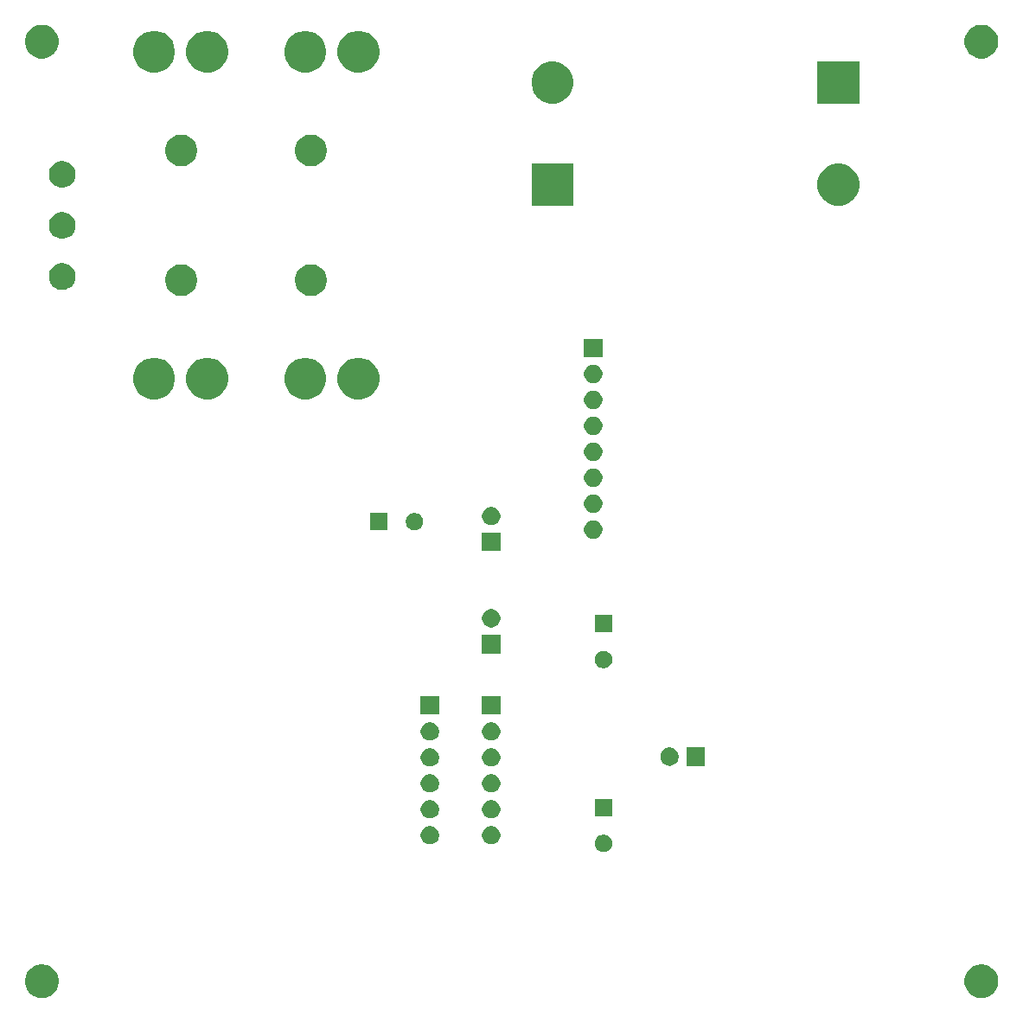
<source format=gbs>
G04 #@! TF.GenerationSoftware,KiCad,Pcbnew,5.1.5+dfsg1-2build2*
G04 #@! TF.CreationDate,2020-07-08T13:44:09-04:00*
G04 #@! TF.ProjectId,psu,7073752e-6b69-4636-9164-5f7063625858,rev?*
G04 #@! TF.SameCoordinates,Original*
G04 #@! TF.FileFunction,Soldermask,Bot*
G04 #@! TF.FilePolarity,Negative*
%FSLAX46Y46*%
G04 Gerber Fmt 4.6, Leading zero omitted, Abs format (unit mm)*
G04 Created by KiCad (PCBNEW 5.1.5+dfsg1-2build2) date 2020-07-08 13:44:09*
%MOMM*%
%LPD*%
G04 APERTURE LIST*
%ADD10C,0.100000*%
G04 APERTURE END LIST*
D10*
G36*
X121375256Y-114391298D02*
G01*
X121481579Y-114412447D01*
X121782042Y-114536903D01*
X122052451Y-114717585D01*
X122282415Y-114947549D01*
X122463097Y-115217958D01*
X122587553Y-115518421D01*
X122651000Y-115837391D01*
X122651000Y-116162609D01*
X122587553Y-116481579D01*
X122463097Y-116782042D01*
X122282415Y-117052451D01*
X122052451Y-117282415D01*
X121782042Y-117463097D01*
X121481579Y-117587553D01*
X121375256Y-117608702D01*
X121162611Y-117651000D01*
X120837389Y-117651000D01*
X120624744Y-117608702D01*
X120518421Y-117587553D01*
X120217958Y-117463097D01*
X119947549Y-117282415D01*
X119717585Y-117052451D01*
X119536903Y-116782042D01*
X119412447Y-116481579D01*
X119349000Y-116162609D01*
X119349000Y-115837391D01*
X119412447Y-115518421D01*
X119536903Y-115217958D01*
X119717585Y-114947549D01*
X119947549Y-114717585D01*
X120217958Y-114536903D01*
X120518421Y-114412447D01*
X120624744Y-114391298D01*
X120837389Y-114349000D01*
X121162611Y-114349000D01*
X121375256Y-114391298D01*
G37*
G36*
X29375256Y-114391298D02*
G01*
X29481579Y-114412447D01*
X29782042Y-114536903D01*
X30052451Y-114717585D01*
X30282415Y-114947549D01*
X30463097Y-115217958D01*
X30587553Y-115518421D01*
X30651000Y-115837391D01*
X30651000Y-116162609D01*
X30587553Y-116481579D01*
X30463097Y-116782042D01*
X30282415Y-117052451D01*
X30052451Y-117282415D01*
X29782042Y-117463097D01*
X29481579Y-117587553D01*
X29375256Y-117608702D01*
X29162611Y-117651000D01*
X28837389Y-117651000D01*
X28624744Y-117608702D01*
X28518421Y-117587553D01*
X28217958Y-117463097D01*
X27947549Y-117282415D01*
X27717585Y-117052451D01*
X27536903Y-116782042D01*
X27412447Y-116481579D01*
X27349000Y-116162609D01*
X27349000Y-115837391D01*
X27412447Y-115518421D01*
X27536903Y-115217958D01*
X27717585Y-114947549D01*
X27947549Y-114717585D01*
X28217958Y-114536903D01*
X28518421Y-114412447D01*
X28624744Y-114391298D01*
X28837389Y-114349000D01*
X29162611Y-114349000D01*
X29375256Y-114391298D01*
G37*
G36*
X84248228Y-101681703D02*
G01*
X84403100Y-101745853D01*
X84542481Y-101838985D01*
X84661015Y-101957519D01*
X84754147Y-102096900D01*
X84818297Y-102251772D01*
X84851000Y-102416184D01*
X84851000Y-102583816D01*
X84818297Y-102748228D01*
X84754147Y-102903100D01*
X84661015Y-103042481D01*
X84542481Y-103161015D01*
X84403100Y-103254147D01*
X84248228Y-103318297D01*
X84083816Y-103351000D01*
X83916184Y-103351000D01*
X83751772Y-103318297D01*
X83596900Y-103254147D01*
X83457519Y-103161015D01*
X83338985Y-103042481D01*
X83245853Y-102903100D01*
X83181703Y-102748228D01*
X83149000Y-102583816D01*
X83149000Y-102416184D01*
X83181703Y-102251772D01*
X83245853Y-102096900D01*
X83338985Y-101957519D01*
X83457519Y-101838985D01*
X83596900Y-101745853D01*
X83751772Y-101681703D01*
X83916184Y-101649000D01*
X84083816Y-101649000D01*
X84248228Y-101681703D01*
G37*
G36*
X73113512Y-100803927D02*
G01*
X73262812Y-100833624D01*
X73426784Y-100901544D01*
X73574354Y-101000147D01*
X73699853Y-101125646D01*
X73798456Y-101273216D01*
X73866376Y-101437188D01*
X73901000Y-101611259D01*
X73901000Y-101788741D01*
X73866376Y-101962812D01*
X73798456Y-102126784D01*
X73699853Y-102274354D01*
X73574354Y-102399853D01*
X73426784Y-102498456D01*
X73262812Y-102566376D01*
X73113512Y-102596073D01*
X73088742Y-102601000D01*
X72911258Y-102601000D01*
X72886488Y-102596073D01*
X72737188Y-102566376D01*
X72573216Y-102498456D01*
X72425646Y-102399853D01*
X72300147Y-102274354D01*
X72201544Y-102126784D01*
X72133624Y-101962812D01*
X72099000Y-101788741D01*
X72099000Y-101611259D01*
X72133624Y-101437188D01*
X72201544Y-101273216D01*
X72300147Y-101125646D01*
X72425646Y-101000147D01*
X72573216Y-100901544D01*
X72737188Y-100833624D01*
X72886488Y-100803927D01*
X72911258Y-100799000D01*
X73088742Y-100799000D01*
X73113512Y-100803927D01*
G37*
G36*
X67113512Y-100803927D02*
G01*
X67262812Y-100833624D01*
X67426784Y-100901544D01*
X67574354Y-101000147D01*
X67699853Y-101125646D01*
X67798456Y-101273216D01*
X67866376Y-101437188D01*
X67901000Y-101611259D01*
X67901000Y-101788741D01*
X67866376Y-101962812D01*
X67798456Y-102126784D01*
X67699853Y-102274354D01*
X67574354Y-102399853D01*
X67426784Y-102498456D01*
X67262812Y-102566376D01*
X67113512Y-102596073D01*
X67088742Y-102601000D01*
X66911258Y-102601000D01*
X66886488Y-102596073D01*
X66737188Y-102566376D01*
X66573216Y-102498456D01*
X66425646Y-102399853D01*
X66300147Y-102274354D01*
X66201544Y-102126784D01*
X66133624Y-101962812D01*
X66099000Y-101788741D01*
X66099000Y-101611259D01*
X66133624Y-101437188D01*
X66201544Y-101273216D01*
X66300147Y-101125646D01*
X66425646Y-101000147D01*
X66573216Y-100901544D01*
X66737188Y-100833624D01*
X66886488Y-100803927D01*
X66911258Y-100799000D01*
X67088742Y-100799000D01*
X67113512Y-100803927D01*
G37*
G36*
X73113512Y-98263927D02*
G01*
X73262812Y-98293624D01*
X73426784Y-98361544D01*
X73574354Y-98460147D01*
X73699853Y-98585646D01*
X73798456Y-98733216D01*
X73866376Y-98897188D01*
X73901000Y-99071259D01*
X73901000Y-99248741D01*
X73866376Y-99422812D01*
X73798456Y-99586784D01*
X73699853Y-99734354D01*
X73574354Y-99859853D01*
X73426784Y-99958456D01*
X73262812Y-100026376D01*
X73113512Y-100056073D01*
X73088742Y-100061000D01*
X72911258Y-100061000D01*
X72886488Y-100056073D01*
X72737188Y-100026376D01*
X72573216Y-99958456D01*
X72425646Y-99859853D01*
X72300147Y-99734354D01*
X72201544Y-99586784D01*
X72133624Y-99422812D01*
X72099000Y-99248741D01*
X72099000Y-99071259D01*
X72133624Y-98897188D01*
X72201544Y-98733216D01*
X72300147Y-98585646D01*
X72425646Y-98460147D01*
X72573216Y-98361544D01*
X72737188Y-98293624D01*
X72886488Y-98263927D01*
X72911258Y-98259000D01*
X73088742Y-98259000D01*
X73113512Y-98263927D01*
G37*
G36*
X67113512Y-98263927D02*
G01*
X67262812Y-98293624D01*
X67426784Y-98361544D01*
X67574354Y-98460147D01*
X67699853Y-98585646D01*
X67798456Y-98733216D01*
X67866376Y-98897188D01*
X67901000Y-99071259D01*
X67901000Y-99248741D01*
X67866376Y-99422812D01*
X67798456Y-99586784D01*
X67699853Y-99734354D01*
X67574354Y-99859853D01*
X67426784Y-99958456D01*
X67262812Y-100026376D01*
X67113512Y-100056073D01*
X67088742Y-100061000D01*
X66911258Y-100061000D01*
X66886488Y-100056073D01*
X66737188Y-100026376D01*
X66573216Y-99958456D01*
X66425646Y-99859853D01*
X66300147Y-99734354D01*
X66201544Y-99586784D01*
X66133624Y-99422812D01*
X66099000Y-99248741D01*
X66099000Y-99071259D01*
X66133624Y-98897188D01*
X66201544Y-98733216D01*
X66300147Y-98585646D01*
X66425646Y-98460147D01*
X66573216Y-98361544D01*
X66737188Y-98293624D01*
X66886488Y-98263927D01*
X66911258Y-98259000D01*
X67088742Y-98259000D01*
X67113512Y-98263927D01*
G37*
G36*
X84851000Y-99851000D02*
G01*
X83149000Y-99851000D01*
X83149000Y-98149000D01*
X84851000Y-98149000D01*
X84851000Y-99851000D01*
G37*
G36*
X73113512Y-95723927D02*
G01*
X73262812Y-95753624D01*
X73426784Y-95821544D01*
X73574354Y-95920147D01*
X73699853Y-96045646D01*
X73798456Y-96193216D01*
X73866376Y-96357188D01*
X73901000Y-96531259D01*
X73901000Y-96708741D01*
X73866376Y-96882812D01*
X73798456Y-97046784D01*
X73699853Y-97194354D01*
X73574354Y-97319853D01*
X73426784Y-97418456D01*
X73262812Y-97486376D01*
X73113512Y-97516073D01*
X73088742Y-97521000D01*
X72911258Y-97521000D01*
X72886488Y-97516073D01*
X72737188Y-97486376D01*
X72573216Y-97418456D01*
X72425646Y-97319853D01*
X72300147Y-97194354D01*
X72201544Y-97046784D01*
X72133624Y-96882812D01*
X72099000Y-96708741D01*
X72099000Y-96531259D01*
X72133624Y-96357188D01*
X72201544Y-96193216D01*
X72300147Y-96045646D01*
X72425646Y-95920147D01*
X72573216Y-95821544D01*
X72737188Y-95753624D01*
X72886488Y-95723927D01*
X72911258Y-95719000D01*
X73088742Y-95719000D01*
X73113512Y-95723927D01*
G37*
G36*
X67113512Y-95723927D02*
G01*
X67262812Y-95753624D01*
X67426784Y-95821544D01*
X67574354Y-95920147D01*
X67699853Y-96045646D01*
X67798456Y-96193216D01*
X67866376Y-96357188D01*
X67901000Y-96531259D01*
X67901000Y-96708741D01*
X67866376Y-96882812D01*
X67798456Y-97046784D01*
X67699853Y-97194354D01*
X67574354Y-97319853D01*
X67426784Y-97418456D01*
X67262812Y-97486376D01*
X67113512Y-97516073D01*
X67088742Y-97521000D01*
X66911258Y-97521000D01*
X66886488Y-97516073D01*
X66737188Y-97486376D01*
X66573216Y-97418456D01*
X66425646Y-97319853D01*
X66300147Y-97194354D01*
X66201544Y-97046784D01*
X66133624Y-96882812D01*
X66099000Y-96708741D01*
X66099000Y-96531259D01*
X66133624Y-96357188D01*
X66201544Y-96193216D01*
X66300147Y-96045646D01*
X66425646Y-95920147D01*
X66573216Y-95821544D01*
X66737188Y-95753624D01*
X66886488Y-95723927D01*
X66911258Y-95719000D01*
X67088742Y-95719000D01*
X67113512Y-95723927D01*
G37*
G36*
X73113512Y-93183927D02*
G01*
X73262812Y-93213624D01*
X73426784Y-93281544D01*
X73574354Y-93380147D01*
X73699853Y-93505646D01*
X73798456Y-93653216D01*
X73866376Y-93817188D01*
X73901000Y-93991259D01*
X73901000Y-94168741D01*
X73866376Y-94342812D01*
X73798456Y-94506784D01*
X73699853Y-94654354D01*
X73574354Y-94779853D01*
X73426784Y-94878456D01*
X73262812Y-94946376D01*
X73113512Y-94976073D01*
X73088742Y-94981000D01*
X72911258Y-94981000D01*
X72886488Y-94976073D01*
X72737188Y-94946376D01*
X72573216Y-94878456D01*
X72425646Y-94779853D01*
X72300147Y-94654354D01*
X72201544Y-94506784D01*
X72133624Y-94342812D01*
X72099000Y-94168741D01*
X72099000Y-93991259D01*
X72133624Y-93817188D01*
X72201544Y-93653216D01*
X72300147Y-93505646D01*
X72425646Y-93380147D01*
X72573216Y-93281544D01*
X72737188Y-93213624D01*
X72886488Y-93183927D01*
X72911258Y-93179000D01*
X73088742Y-93179000D01*
X73113512Y-93183927D01*
G37*
G36*
X67113512Y-93183927D02*
G01*
X67262812Y-93213624D01*
X67426784Y-93281544D01*
X67574354Y-93380147D01*
X67699853Y-93505646D01*
X67798456Y-93653216D01*
X67866376Y-93817188D01*
X67901000Y-93991259D01*
X67901000Y-94168741D01*
X67866376Y-94342812D01*
X67798456Y-94506784D01*
X67699853Y-94654354D01*
X67574354Y-94779853D01*
X67426784Y-94878456D01*
X67262812Y-94946376D01*
X67113512Y-94976073D01*
X67088742Y-94981000D01*
X66911258Y-94981000D01*
X66886488Y-94976073D01*
X66737188Y-94946376D01*
X66573216Y-94878456D01*
X66425646Y-94779853D01*
X66300147Y-94654354D01*
X66201544Y-94506784D01*
X66133624Y-94342812D01*
X66099000Y-94168741D01*
X66099000Y-93991259D01*
X66133624Y-93817188D01*
X66201544Y-93653216D01*
X66300147Y-93505646D01*
X66425646Y-93380147D01*
X66573216Y-93281544D01*
X66737188Y-93213624D01*
X66886488Y-93183927D01*
X66911258Y-93179000D01*
X67088742Y-93179000D01*
X67113512Y-93183927D01*
G37*
G36*
X90573512Y-93103927D02*
G01*
X90722812Y-93133624D01*
X90886784Y-93201544D01*
X91034354Y-93300147D01*
X91159853Y-93425646D01*
X91258456Y-93573216D01*
X91326376Y-93737188D01*
X91361000Y-93911259D01*
X91361000Y-94088741D01*
X91326376Y-94262812D01*
X91258456Y-94426784D01*
X91159853Y-94574354D01*
X91034354Y-94699853D01*
X90886784Y-94798456D01*
X90722812Y-94866376D01*
X90573512Y-94896073D01*
X90548742Y-94901000D01*
X90371258Y-94901000D01*
X90346488Y-94896073D01*
X90197188Y-94866376D01*
X90033216Y-94798456D01*
X89885646Y-94699853D01*
X89760147Y-94574354D01*
X89661544Y-94426784D01*
X89593624Y-94262812D01*
X89559000Y-94088741D01*
X89559000Y-93911259D01*
X89593624Y-93737188D01*
X89661544Y-93573216D01*
X89760147Y-93425646D01*
X89885646Y-93300147D01*
X90033216Y-93201544D01*
X90197188Y-93133624D01*
X90346488Y-93103927D01*
X90371258Y-93099000D01*
X90548742Y-93099000D01*
X90573512Y-93103927D01*
G37*
G36*
X93901000Y-94901000D02*
G01*
X92099000Y-94901000D01*
X92099000Y-93099000D01*
X93901000Y-93099000D01*
X93901000Y-94901000D01*
G37*
G36*
X67113512Y-90643927D02*
G01*
X67262812Y-90673624D01*
X67426784Y-90741544D01*
X67574354Y-90840147D01*
X67699853Y-90965646D01*
X67798456Y-91113216D01*
X67866376Y-91277188D01*
X67901000Y-91451259D01*
X67901000Y-91628741D01*
X67866376Y-91802812D01*
X67798456Y-91966784D01*
X67699853Y-92114354D01*
X67574354Y-92239853D01*
X67426784Y-92338456D01*
X67262812Y-92406376D01*
X67113512Y-92436073D01*
X67088742Y-92441000D01*
X66911258Y-92441000D01*
X66886488Y-92436073D01*
X66737188Y-92406376D01*
X66573216Y-92338456D01*
X66425646Y-92239853D01*
X66300147Y-92114354D01*
X66201544Y-91966784D01*
X66133624Y-91802812D01*
X66099000Y-91628741D01*
X66099000Y-91451259D01*
X66133624Y-91277188D01*
X66201544Y-91113216D01*
X66300147Y-90965646D01*
X66425646Y-90840147D01*
X66573216Y-90741544D01*
X66737188Y-90673624D01*
X66886488Y-90643927D01*
X66911258Y-90639000D01*
X67088742Y-90639000D01*
X67113512Y-90643927D01*
G37*
G36*
X73113512Y-90643927D02*
G01*
X73262812Y-90673624D01*
X73426784Y-90741544D01*
X73574354Y-90840147D01*
X73699853Y-90965646D01*
X73798456Y-91113216D01*
X73866376Y-91277188D01*
X73901000Y-91451259D01*
X73901000Y-91628741D01*
X73866376Y-91802812D01*
X73798456Y-91966784D01*
X73699853Y-92114354D01*
X73574354Y-92239853D01*
X73426784Y-92338456D01*
X73262812Y-92406376D01*
X73113512Y-92436073D01*
X73088742Y-92441000D01*
X72911258Y-92441000D01*
X72886488Y-92436073D01*
X72737188Y-92406376D01*
X72573216Y-92338456D01*
X72425646Y-92239853D01*
X72300147Y-92114354D01*
X72201544Y-91966784D01*
X72133624Y-91802812D01*
X72099000Y-91628741D01*
X72099000Y-91451259D01*
X72133624Y-91277188D01*
X72201544Y-91113216D01*
X72300147Y-90965646D01*
X72425646Y-90840147D01*
X72573216Y-90741544D01*
X72737188Y-90673624D01*
X72886488Y-90643927D01*
X72911258Y-90639000D01*
X73088742Y-90639000D01*
X73113512Y-90643927D01*
G37*
G36*
X67901000Y-89901000D02*
G01*
X66099000Y-89901000D01*
X66099000Y-88099000D01*
X67901000Y-88099000D01*
X67901000Y-89901000D01*
G37*
G36*
X73901000Y-89901000D02*
G01*
X72099000Y-89901000D01*
X72099000Y-88099000D01*
X73901000Y-88099000D01*
X73901000Y-89901000D01*
G37*
G36*
X84248228Y-83681703D02*
G01*
X84403100Y-83745853D01*
X84542481Y-83838985D01*
X84661015Y-83957519D01*
X84754147Y-84096900D01*
X84818297Y-84251772D01*
X84851000Y-84416184D01*
X84851000Y-84583816D01*
X84818297Y-84748228D01*
X84754147Y-84903100D01*
X84661015Y-85042481D01*
X84542481Y-85161015D01*
X84403100Y-85254147D01*
X84248228Y-85318297D01*
X84083816Y-85351000D01*
X83916184Y-85351000D01*
X83751772Y-85318297D01*
X83596900Y-85254147D01*
X83457519Y-85161015D01*
X83338985Y-85042481D01*
X83245853Y-84903100D01*
X83181703Y-84748228D01*
X83149000Y-84583816D01*
X83149000Y-84416184D01*
X83181703Y-84251772D01*
X83245853Y-84096900D01*
X83338985Y-83957519D01*
X83457519Y-83838985D01*
X83596900Y-83745853D01*
X83751772Y-83681703D01*
X83916184Y-83649000D01*
X84083816Y-83649000D01*
X84248228Y-83681703D01*
G37*
G36*
X73901000Y-83901000D02*
G01*
X72099000Y-83901000D01*
X72099000Y-82099000D01*
X73901000Y-82099000D01*
X73901000Y-83901000D01*
G37*
G36*
X84851000Y-81851000D02*
G01*
X83149000Y-81851000D01*
X83149000Y-80149000D01*
X84851000Y-80149000D01*
X84851000Y-81851000D01*
G37*
G36*
X73113512Y-79563927D02*
G01*
X73262812Y-79593624D01*
X73426784Y-79661544D01*
X73574354Y-79760147D01*
X73699853Y-79885646D01*
X73798456Y-80033216D01*
X73866376Y-80197188D01*
X73901000Y-80371259D01*
X73901000Y-80548741D01*
X73866376Y-80722812D01*
X73798456Y-80886784D01*
X73699853Y-81034354D01*
X73574354Y-81159853D01*
X73426784Y-81258456D01*
X73262812Y-81326376D01*
X73113512Y-81356073D01*
X73088742Y-81361000D01*
X72911258Y-81361000D01*
X72886488Y-81356073D01*
X72737188Y-81326376D01*
X72573216Y-81258456D01*
X72425646Y-81159853D01*
X72300147Y-81034354D01*
X72201544Y-80886784D01*
X72133624Y-80722812D01*
X72099000Y-80548741D01*
X72099000Y-80371259D01*
X72133624Y-80197188D01*
X72201544Y-80033216D01*
X72300147Y-79885646D01*
X72425646Y-79760147D01*
X72573216Y-79661544D01*
X72737188Y-79593624D01*
X72886488Y-79563927D01*
X72911258Y-79559000D01*
X73088742Y-79559000D01*
X73113512Y-79563927D01*
G37*
G36*
X73901000Y-73901000D02*
G01*
X72099000Y-73901000D01*
X72099000Y-72099000D01*
X73901000Y-72099000D01*
X73901000Y-73901000D01*
G37*
G36*
X83113512Y-70883927D02*
G01*
X83262812Y-70913624D01*
X83426784Y-70981544D01*
X83574354Y-71080147D01*
X83699853Y-71205646D01*
X83798456Y-71353216D01*
X83866376Y-71517188D01*
X83901000Y-71691259D01*
X83901000Y-71868741D01*
X83866376Y-72042812D01*
X83798456Y-72206784D01*
X83699853Y-72354354D01*
X83574354Y-72479853D01*
X83426784Y-72578456D01*
X83262812Y-72646376D01*
X83113512Y-72676073D01*
X83088742Y-72681000D01*
X82911258Y-72681000D01*
X82886488Y-72676073D01*
X82737188Y-72646376D01*
X82573216Y-72578456D01*
X82425646Y-72479853D01*
X82300147Y-72354354D01*
X82201544Y-72206784D01*
X82133624Y-72042812D01*
X82099000Y-71868741D01*
X82099000Y-71691259D01*
X82133624Y-71517188D01*
X82201544Y-71353216D01*
X82300147Y-71205646D01*
X82425646Y-71080147D01*
X82573216Y-70981544D01*
X82737188Y-70913624D01*
X82886488Y-70883927D01*
X82911258Y-70879000D01*
X83088742Y-70879000D01*
X83113512Y-70883927D01*
G37*
G36*
X62851000Y-71851000D02*
G01*
X61149000Y-71851000D01*
X61149000Y-70149000D01*
X62851000Y-70149000D01*
X62851000Y-71851000D01*
G37*
G36*
X65748228Y-70181703D02*
G01*
X65903100Y-70245853D01*
X66042481Y-70338985D01*
X66161015Y-70457519D01*
X66254147Y-70596900D01*
X66318297Y-70751772D01*
X66351000Y-70916184D01*
X66351000Y-71083816D01*
X66318297Y-71248228D01*
X66254147Y-71403100D01*
X66161015Y-71542481D01*
X66042481Y-71661015D01*
X65903100Y-71754147D01*
X65748228Y-71818297D01*
X65583816Y-71851000D01*
X65416184Y-71851000D01*
X65251772Y-71818297D01*
X65096900Y-71754147D01*
X64957519Y-71661015D01*
X64838985Y-71542481D01*
X64745853Y-71403100D01*
X64681703Y-71248228D01*
X64649000Y-71083816D01*
X64649000Y-70916184D01*
X64681703Y-70751772D01*
X64745853Y-70596900D01*
X64838985Y-70457519D01*
X64957519Y-70338985D01*
X65096900Y-70245853D01*
X65251772Y-70181703D01*
X65416184Y-70149000D01*
X65583816Y-70149000D01*
X65748228Y-70181703D01*
G37*
G36*
X73113512Y-69563927D02*
G01*
X73262812Y-69593624D01*
X73426784Y-69661544D01*
X73574354Y-69760147D01*
X73699853Y-69885646D01*
X73798456Y-70033216D01*
X73866376Y-70197188D01*
X73901000Y-70371259D01*
X73901000Y-70548741D01*
X73866376Y-70722812D01*
X73798456Y-70886784D01*
X73699853Y-71034354D01*
X73574354Y-71159853D01*
X73426784Y-71258456D01*
X73262812Y-71326376D01*
X73113512Y-71356073D01*
X73088742Y-71361000D01*
X72911258Y-71361000D01*
X72886488Y-71356073D01*
X72737188Y-71326376D01*
X72573216Y-71258456D01*
X72425646Y-71159853D01*
X72300147Y-71034354D01*
X72201544Y-70886784D01*
X72133624Y-70722812D01*
X72099000Y-70548741D01*
X72099000Y-70371259D01*
X72133624Y-70197188D01*
X72201544Y-70033216D01*
X72300147Y-69885646D01*
X72425646Y-69760147D01*
X72573216Y-69661544D01*
X72737188Y-69593624D01*
X72886488Y-69563927D01*
X72911258Y-69559000D01*
X73088742Y-69559000D01*
X73113512Y-69563927D01*
G37*
G36*
X83113512Y-68343927D02*
G01*
X83262812Y-68373624D01*
X83426784Y-68441544D01*
X83574354Y-68540147D01*
X83699853Y-68665646D01*
X83798456Y-68813216D01*
X83866376Y-68977188D01*
X83901000Y-69151259D01*
X83901000Y-69328741D01*
X83866376Y-69502812D01*
X83798456Y-69666784D01*
X83699853Y-69814354D01*
X83574354Y-69939853D01*
X83426784Y-70038456D01*
X83262812Y-70106376D01*
X83113512Y-70136073D01*
X83088742Y-70141000D01*
X82911258Y-70141000D01*
X82886488Y-70136073D01*
X82737188Y-70106376D01*
X82573216Y-70038456D01*
X82425646Y-69939853D01*
X82300147Y-69814354D01*
X82201544Y-69666784D01*
X82133624Y-69502812D01*
X82099000Y-69328741D01*
X82099000Y-69151259D01*
X82133624Y-68977188D01*
X82201544Y-68813216D01*
X82300147Y-68665646D01*
X82425646Y-68540147D01*
X82573216Y-68441544D01*
X82737188Y-68373624D01*
X82886488Y-68343927D01*
X82911258Y-68339000D01*
X83088742Y-68339000D01*
X83113512Y-68343927D01*
G37*
G36*
X83113512Y-65803927D02*
G01*
X83262812Y-65833624D01*
X83426784Y-65901544D01*
X83574354Y-66000147D01*
X83699853Y-66125646D01*
X83798456Y-66273216D01*
X83866376Y-66437188D01*
X83901000Y-66611259D01*
X83901000Y-66788741D01*
X83866376Y-66962812D01*
X83798456Y-67126784D01*
X83699853Y-67274354D01*
X83574354Y-67399853D01*
X83426784Y-67498456D01*
X83262812Y-67566376D01*
X83113512Y-67596073D01*
X83088742Y-67601000D01*
X82911258Y-67601000D01*
X82886488Y-67596073D01*
X82737188Y-67566376D01*
X82573216Y-67498456D01*
X82425646Y-67399853D01*
X82300147Y-67274354D01*
X82201544Y-67126784D01*
X82133624Y-66962812D01*
X82099000Y-66788741D01*
X82099000Y-66611259D01*
X82133624Y-66437188D01*
X82201544Y-66273216D01*
X82300147Y-66125646D01*
X82425646Y-66000147D01*
X82573216Y-65901544D01*
X82737188Y-65833624D01*
X82886488Y-65803927D01*
X82911258Y-65799000D01*
X83088742Y-65799000D01*
X83113512Y-65803927D01*
G37*
G36*
X83113512Y-63263927D02*
G01*
X83262812Y-63293624D01*
X83426784Y-63361544D01*
X83574354Y-63460147D01*
X83699853Y-63585646D01*
X83798456Y-63733216D01*
X83866376Y-63897188D01*
X83901000Y-64071259D01*
X83901000Y-64248741D01*
X83866376Y-64422812D01*
X83798456Y-64586784D01*
X83699853Y-64734354D01*
X83574354Y-64859853D01*
X83426784Y-64958456D01*
X83262812Y-65026376D01*
X83113512Y-65056073D01*
X83088742Y-65061000D01*
X82911258Y-65061000D01*
X82886488Y-65056073D01*
X82737188Y-65026376D01*
X82573216Y-64958456D01*
X82425646Y-64859853D01*
X82300147Y-64734354D01*
X82201544Y-64586784D01*
X82133624Y-64422812D01*
X82099000Y-64248741D01*
X82099000Y-64071259D01*
X82133624Y-63897188D01*
X82201544Y-63733216D01*
X82300147Y-63585646D01*
X82425646Y-63460147D01*
X82573216Y-63361544D01*
X82737188Y-63293624D01*
X82886488Y-63263927D01*
X82911258Y-63259000D01*
X83088742Y-63259000D01*
X83113512Y-63263927D01*
G37*
G36*
X83113512Y-60723927D02*
G01*
X83262812Y-60753624D01*
X83426784Y-60821544D01*
X83574354Y-60920147D01*
X83699853Y-61045646D01*
X83798456Y-61193216D01*
X83866376Y-61357188D01*
X83901000Y-61531259D01*
X83901000Y-61708741D01*
X83866376Y-61882812D01*
X83798456Y-62046784D01*
X83699853Y-62194354D01*
X83574354Y-62319853D01*
X83426784Y-62418456D01*
X83262812Y-62486376D01*
X83113512Y-62516073D01*
X83088742Y-62521000D01*
X82911258Y-62521000D01*
X82886488Y-62516073D01*
X82737188Y-62486376D01*
X82573216Y-62418456D01*
X82425646Y-62319853D01*
X82300147Y-62194354D01*
X82201544Y-62046784D01*
X82133624Y-61882812D01*
X82099000Y-61708741D01*
X82099000Y-61531259D01*
X82133624Y-61357188D01*
X82201544Y-61193216D01*
X82300147Y-61045646D01*
X82425646Y-60920147D01*
X82573216Y-60821544D01*
X82737188Y-60753624D01*
X82886488Y-60723927D01*
X82911258Y-60719000D01*
X83088742Y-60719000D01*
X83113512Y-60723927D01*
G37*
G36*
X83113512Y-58183927D02*
G01*
X83262812Y-58213624D01*
X83426784Y-58281544D01*
X83574354Y-58380147D01*
X83699853Y-58505646D01*
X83798456Y-58653216D01*
X83866376Y-58817188D01*
X83901000Y-58991259D01*
X83901000Y-59168741D01*
X83866376Y-59342812D01*
X83798456Y-59506784D01*
X83699853Y-59654354D01*
X83574354Y-59779853D01*
X83426784Y-59878456D01*
X83262812Y-59946376D01*
X83113512Y-59976073D01*
X83088742Y-59981000D01*
X82911258Y-59981000D01*
X82886488Y-59976073D01*
X82737188Y-59946376D01*
X82573216Y-59878456D01*
X82425646Y-59779853D01*
X82300147Y-59654354D01*
X82201544Y-59506784D01*
X82133624Y-59342812D01*
X82099000Y-59168741D01*
X82099000Y-58991259D01*
X82133624Y-58817188D01*
X82201544Y-58653216D01*
X82300147Y-58505646D01*
X82425646Y-58380147D01*
X82573216Y-58281544D01*
X82737188Y-58213624D01*
X82886488Y-58183927D01*
X82911258Y-58179000D01*
X83088742Y-58179000D01*
X83113512Y-58183927D01*
G37*
G36*
X55398254Y-55027818D02*
G01*
X55771511Y-55182426D01*
X55771513Y-55182427D01*
X56107436Y-55406884D01*
X56393116Y-55692564D01*
X56575585Y-55965647D01*
X56617574Y-56028489D01*
X56772182Y-56401746D01*
X56851000Y-56797993D01*
X56851000Y-57202007D01*
X56772182Y-57598254D01*
X56617574Y-57971511D01*
X56617573Y-57971513D01*
X56393116Y-58307436D01*
X56107436Y-58593116D01*
X55771513Y-58817573D01*
X55771512Y-58817574D01*
X55771511Y-58817574D01*
X55398254Y-58972182D01*
X55002007Y-59051000D01*
X54597993Y-59051000D01*
X54201746Y-58972182D01*
X53828489Y-58817574D01*
X53828488Y-58817574D01*
X53828487Y-58817573D01*
X53492564Y-58593116D01*
X53206884Y-58307436D01*
X52982427Y-57971513D01*
X52982426Y-57971511D01*
X52827818Y-57598254D01*
X52749000Y-57202007D01*
X52749000Y-56797993D01*
X52827818Y-56401746D01*
X52982426Y-56028489D01*
X53024416Y-55965647D01*
X53206884Y-55692564D01*
X53492564Y-55406884D01*
X53828487Y-55182427D01*
X53828489Y-55182426D01*
X54201746Y-55027818D01*
X54597993Y-54949000D01*
X55002007Y-54949000D01*
X55398254Y-55027818D01*
G37*
G36*
X60598254Y-55027818D02*
G01*
X60971511Y-55182426D01*
X60971513Y-55182427D01*
X61307436Y-55406884D01*
X61593116Y-55692564D01*
X61775585Y-55965647D01*
X61817574Y-56028489D01*
X61972182Y-56401746D01*
X62051000Y-56797993D01*
X62051000Y-57202007D01*
X61972182Y-57598254D01*
X61817574Y-57971511D01*
X61817573Y-57971513D01*
X61593116Y-58307436D01*
X61307436Y-58593116D01*
X60971513Y-58817573D01*
X60971512Y-58817574D01*
X60971511Y-58817574D01*
X60598254Y-58972182D01*
X60202007Y-59051000D01*
X59797993Y-59051000D01*
X59401746Y-58972182D01*
X59028489Y-58817574D01*
X59028488Y-58817574D01*
X59028487Y-58817573D01*
X58692564Y-58593116D01*
X58406884Y-58307436D01*
X58182427Y-57971513D01*
X58182426Y-57971511D01*
X58027818Y-57598254D01*
X57949000Y-57202007D01*
X57949000Y-56797993D01*
X58027818Y-56401746D01*
X58182426Y-56028489D01*
X58224416Y-55965647D01*
X58406884Y-55692564D01*
X58692564Y-55406884D01*
X59028487Y-55182427D01*
X59028489Y-55182426D01*
X59401746Y-55027818D01*
X59797993Y-54949000D01*
X60202007Y-54949000D01*
X60598254Y-55027818D01*
G37*
G36*
X40598254Y-55027818D02*
G01*
X40971511Y-55182426D01*
X40971513Y-55182427D01*
X41307436Y-55406884D01*
X41593116Y-55692564D01*
X41775585Y-55965647D01*
X41817574Y-56028489D01*
X41972182Y-56401746D01*
X42051000Y-56797993D01*
X42051000Y-57202007D01*
X41972182Y-57598254D01*
X41817574Y-57971511D01*
X41817573Y-57971513D01*
X41593116Y-58307436D01*
X41307436Y-58593116D01*
X40971513Y-58817573D01*
X40971512Y-58817574D01*
X40971511Y-58817574D01*
X40598254Y-58972182D01*
X40202007Y-59051000D01*
X39797993Y-59051000D01*
X39401746Y-58972182D01*
X39028489Y-58817574D01*
X39028488Y-58817574D01*
X39028487Y-58817573D01*
X38692564Y-58593116D01*
X38406884Y-58307436D01*
X38182427Y-57971513D01*
X38182426Y-57971511D01*
X38027818Y-57598254D01*
X37949000Y-57202007D01*
X37949000Y-56797993D01*
X38027818Y-56401746D01*
X38182426Y-56028489D01*
X38224416Y-55965647D01*
X38406884Y-55692564D01*
X38692564Y-55406884D01*
X39028487Y-55182427D01*
X39028489Y-55182426D01*
X39401746Y-55027818D01*
X39797993Y-54949000D01*
X40202007Y-54949000D01*
X40598254Y-55027818D01*
G37*
G36*
X45798254Y-55027818D02*
G01*
X46171511Y-55182426D01*
X46171513Y-55182427D01*
X46507436Y-55406884D01*
X46793116Y-55692564D01*
X46975585Y-55965647D01*
X47017574Y-56028489D01*
X47172182Y-56401746D01*
X47251000Y-56797993D01*
X47251000Y-57202007D01*
X47172182Y-57598254D01*
X47017574Y-57971511D01*
X47017573Y-57971513D01*
X46793116Y-58307436D01*
X46507436Y-58593116D01*
X46171513Y-58817573D01*
X46171512Y-58817574D01*
X46171511Y-58817574D01*
X45798254Y-58972182D01*
X45402007Y-59051000D01*
X44997993Y-59051000D01*
X44601746Y-58972182D01*
X44228489Y-58817574D01*
X44228488Y-58817574D01*
X44228487Y-58817573D01*
X43892564Y-58593116D01*
X43606884Y-58307436D01*
X43382427Y-57971513D01*
X43382426Y-57971511D01*
X43227818Y-57598254D01*
X43149000Y-57202007D01*
X43149000Y-56797993D01*
X43227818Y-56401746D01*
X43382426Y-56028489D01*
X43424416Y-55965647D01*
X43606884Y-55692564D01*
X43892564Y-55406884D01*
X44228487Y-55182427D01*
X44228489Y-55182426D01*
X44601746Y-55027818D01*
X44997993Y-54949000D01*
X45402007Y-54949000D01*
X45798254Y-55027818D01*
G37*
G36*
X83113512Y-55643927D02*
G01*
X83262812Y-55673624D01*
X83426784Y-55741544D01*
X83574354Y-55840147D01*
X83699853Y-55965646D01*
X83798456Y-56113216D01*
X83866376Y-56277188D01*
X83901000Y-56451259D01*
X83901000Y-56628741D01*
X83866376Y-56802812D01*
X83798456Y-56966784D01*
X83699853Y-57114354D01*
X83574354Y-57239853D01*
X83426784Y-57338456D01*
X83262812Y-57406376D01*
X83113512Y-57436073D01*
X83088742Y-57441000D01*
X82911258Y-57441000D01*
X82886488Y-57436073D01*
X82737188Y-57406376D01*
X82573216Y-57338456D01*
X82425646Y-57239853D01*
X82300147Y-57114354D01*
X82201544Y-56966784D01*
X82133624Y-56802812D01*
X82099000Y-56628741D01*
X82099000Y-56451259D01*
X82133624Y-56277188D01*
X82201544Y-56113216D01*
X82300147Y-55965646D01*
X82425646Y-55840147D01*
X82573216Y-55741544D01*
X82737188Y-55673624D01*
X82886488Y-55643927D01*
X82911258Y-55639000D01*
X83088742Y-55639000D01*
X83113512Y-55643927D01*
G37*
G36*
X83901000Y-54901000D02*
G01*
X82099000Y-54901000D01*
X82099000Y-53099000D01*
X83901000Y-53099000D01*
X83901000Y-54901000D01*
G37*
G36*
X55652585Y-45828802D02*
G01*
X55802410Y-45858604D01*
X56084674Y-45975521D01*
X56338705Y-46145259D01*
X56554741Y-46361295D01*
X56724479Y-46615326D01*
X56841396Y-46897590D01*
X56841396Y-46897591D01*
X56901000Y-47197239D01*
X56901000Y-47502761D01*
X56871198Y-47652585D01*
X56841396Y-47802410D01*
X56724479Y-48084674D01*
X56554741Y-48338705D01*
X56338705Y-48554741D01*
X56084674Y-48724479D01*
X55802410Y-48841396D01*
X55652585Y-48871198D01*
X55502761Y-48901000D01*
X55197239Y-48901000D01*
X55047415Y-48871198D01*
X54897590Y-48841396D01*
X54615326Y-48724479D01*
X54361295Y-48554741D01*
X54145259Y-48338705D01*
X53975521Y-48084674D01*
X53858604Y-47802410D01*
X53828802Y-47652585D01*
X53799000Y-47502761D01*
X53799000Y-47197239D01*
X53858604Y-46897591D01*
X53858604Y-46897590D01*
X53975521Y-46615326D01*
X54145259Y-46361295D01*
X54361295Y-46145259D01*
X54615326Y-45975521D01*
X54897590Y-45858604D01*
X55047415Y-45828802D01*
X55197239Y-45799000D01*
X55502761Y-45799000D01*
X55652585Y-45828802D01*
G37*
G36*
X42952585Y-45828802D02*
G01*
X43102410Y-45858604D01*
X43384674Y-45975521D01*
X43638705Y-46145259D01*
X43854741Y-46361295D01*
X44024479Y-46615326D01*
X44141396Y-46897590D01*
X44141396Y-46897591D01*
X44201000Y-47197239D01*
X44201000Y-47502761D01*
X44171198Y-47652585D01*
X44141396Y-47802410D01*
X44024479Y-48084674D01*
X43854741Y-48338705D01*
X43638705Y-48554741D01*
X43384674Y-48724479D01*
X43102410Y-48841396D01*
X42952585Y-48871198D01*
X42802761Y-48901000D01*
X42497239Y-48901000D01*
X42347415Y-48871198D01*
X42197590Y-48841396D01*
X41915326Y-48724479D01*
X41661295Y-48554741D01*
X41445259Y-48338705D01*
X41275521Y-48084674D01*
X41158604Y-47802410D01*
X41128802Y-47652585D01*
X41099000Y-47502761D01*
X41099000Y-47197239D01*
X41158604Y-46897591D01*
X41158604Y-46897590D01*
X41275521Y-46615326D01*
X41445259Y-46361295D01*
X41661295Y-46145259D01*
X41915326Y-45975521D01*
X42197590Y-45858604D01*
X42347415Y-45828802D01*
X42497239Y-45799000D01*
X42802761Y-45799000D01*
X42952585Y-45828802D01*
G37*
G36*
X31379487Y-45748996D02*
G01*
X31616253Y-45847068D01*
X31616255Y-45847069D01*
X31633518Y-45858604D01*
X31829339Y-45989447D01*
X32010553Y-46170661D01*
X32152932Y-46383747D01*
X32251004Y-46620513D01*
X32301000Y-46871861D01*
X32301000Y-47128139D01*
X32251004Y-47379487D01*
X32199942Y-47502760D01*
X32152931Y-47616255D01*
X32010553Y-47829339D01*
X31829339Y-48010553D01*
X31616255Y-48152931D01*
X31616254Y-48152932D01*
X31616253Y-48152932D01*
X31379487Y-48251004D01*
X31128139Y-48301000D01*
X30871861Y-48301000D01*
X30620513Y-48251004D01*
X30383747Y-48152932D01*
X30383746Y-48152932D01*
X30383745Y-48152931D01*
X30170661Y-48010553D01*
X29989447Y-47829339D01*
X29847069Y-47616255D01*
X29800058Y-47502760D01*
X29748996Y-47379487D01*
X29699000Y-47128139D01*
X29699000Y-46871861D01*
X29748996Y-46620513D01*
X29847068Y-46383747D01*
X29989447Y-46170661D01*
X30170661Y-45989447D01*
X30366482Y-45858604D01*
X30383745Y-45847069D01*
X30383747Y-45847068D01*
X30620513Y-45748996D01*
X30871861Y-45699000D01*
X31128139Y-45699000D01*
X31379487Y-45748996D01*
G37*
G36*
X31379487Y-40748996D02*
G01*
X31616253Y-40847068D01*
X31616255Y-40847069D01*
X31829339Y-40989447D01*
X32010553Y-41170661D01*
X32152932Y-41383747D01*
X32251004Y-41620513D01*
X32301000Y-41871861D01*
X32301000Y-42128139D01*
X32251004Y-42379487D01*
X32152932Y-42616253D01*
X32152931Y-42616255D01*
X32010553Y-42829339D01*
X31829339Y-43010553D01*
X31616255Y-43152931D01*
X31616254Y-43152932D01*
X31616253Y-43152932D01*
X31379487Y-43251004D01*
X31128139Y-43301000D01*
X30871861Y-43301000D01*
X30620513Y-43251004D01*
X30383747Y-43152932D01*
X30383746Y-43152932D01*
X30383745Y-43152931D01*
X30170661Y-43010553D01*
X29989447Y-42829339D01*
X29847069Y-42616255D01*
X29847068Y-42616253D01*
X29748996Y-42379487D01*
X29699000Y-42128139D01*
X29699000Y-41871861D01*
X29748996Y-41620513D01*
X29847068Y-41383747D01*
X29989447Y-41170661D01*
X30170661Y-40989447D01*
X30383745Y-40847069D01*
X30383747Y-40847068D01*
X30620513Y-40748996D01*
X30871861Y-40699000D01*
X31128139Y-40699000D01*
X31379487Y-40748996D01*
G37*
G36*
X107598254Y-36027818D02*
G01*
X107971511Y-36182426D01*
X107971513Y-36182427D01*
X108307436Y-36406884D01*
X108593116Y-36692564D01*
X108712919Y-36871861D01*
X108817574Y-37028489D01*
X108972182Y-37401746D01*
X109051000Y-37797993D01*
X109051000Y-38202007D01*
X108972182Y-38598254D01*
X108817574Y-38971511D01*
X108817573Y-38971513D01*
X108593116Y-39307436D01*
X108307436Y-39593116D01*
X107971513Y-39817573D01*
X107971512Y-39817574D01*
X107971511Y-39817574D01*
X107598254Y-39972182D01*
X107202007Y-40051000D01*
X106797993Y-40051000D01*
X106401746Y-39972182D01*
X106028489Y-39817574D01*
X106028488Y-39817574D01*
X106028487Y-39817573D01*
X105692564Y-39593116D01*
X105406884Y-39307436D01*
X105182427Y-38971513D01*
X105182426Y-38971511D01*
X105027818Y-38598254D01*
X104949000Y-38202007D01*
X104949000Y-37797993D01*
X105027818Y-37401746D01*
X105182426Y-37028489D01*
X105287082Y-36871861D01*
X105406884Y-36692564D01*
X105692564Y-36406884D01*
X106028487Y-36182427D01*
X106028489Y-36182426D01*
X106401746Y-36027818D01*
X106797993Y-35949000D01*
X107202007Y-35949000D01*
X107598254Y-36027818D01*
G37*
G36*
X81051000Y-40051000D02*
G01*
X76949000Y-40051000D01*
X76949000Y-35949000D01*
X81051000Y-35949000D01*
X81051000Y-40051000D01*
G37*
G36*
X31379487Y-35748996D02*
G01*
X31616253Y-35847068D01*
X31616255Y-35847069D01*
X31768806Y-35949000D01*
X31829339Y-35989447D01*
X32010553Y-36170661D01*
X32152932Y-36383747D01*
X32251004Y-36620513D01*
X32301000Y-36871861D01*
X32301000Y-37128139D01*
X32251004Y-37379487D01*
X32152932Y-37616253D01*
X32152931Y-37616255D01*
X32010553Y-37829339D01*
X31829339Y-38010553D01*
X31616255Y-38152931D01*
X31616254Y-38152932D01*
X31616253Y-38152932D01*
X31379487Y-38251004D01*
X31128139Y-38301000D01*
X30871861Y-38301000D01*
X30620513Y-38251004D01*
X30383747Y-38152932D01*
X30383746Y-38152932D01*
X30383745Y-38152931D01*
X30170661Y-38010553D01*
X29989447Y-37829339D01*
X29847069Y-37616255D01*
X29847068Y-37616253D01*
X29748996Y-37379487D01*
X29699000Y-37128139D01*
X29699000Y-36871861D01*
X29748996Y-36620513D01*
X29847068Y-36383747D01*
X29989447Y-36170661D01*
X30170661Y-35989447D01*
X30231194Y-35949000D01*
X30383745Y-35847069D01*
X30383747Y-35847068D01*
X30620513Y-35748996D01*
X30871861Y-35699000D01*
X31128139Y-35699000D01*
X31379487Y-35748996D01*
G37*
G36*
X55652585Y-33128802D02*
G01*
X55802410Y-33158604D01*
X56084674Y-33275521D01*
X56338705Y-33445259D01*
X56554741Y-33661295D01*
X56724479Y-33915326D01*
X56841396Y-34197590D01*
X56901000Y-34497240D01*
X56901000Y-34802760D01*
X56841396Y-35102410D01*
X56724479Y-35384674D01*
X56554741Y-35638705D01*
X56338705Y-35854741D01*
X56084674Y-36024479D01*
X55802410Y-36141396D01*
X55655285Y-36170661D01*
X55502761Y-36201000D01*
X55197239Y-36201000D01*
X55044715Y-36170661D01*
X54897590Y-36141396D01*
X54615326Y-36024479D01*
X54361295Y-35854741D01*
X54145259Y-35638705D01*
X53975521Y-35384674D01*
X53858604Y-35102410D01*
X53799000Y-34802760D01*
X53799000Y-34497240D01*
X53858604Y-34197590D01*
X53975521Y-33915326D01*
X54145259Y-33661295D01*
X54361295Y-33445259D01*
X54615326Y-33275521D01*
X54897590Y-33158604D01*
X55047415Y-33128802D01*
X55197239Y-33099000D01*
X55502761Y-33099000D01*
X55652585Y-33128802D01*
G37*
G36*
X42952585Y-33128802D02*
G01*
X43102410Y-33158604D01*
X43384674Y-33275521D01*
X43638705Y-33445259D01*
X43854741Y-33661295D01*
X44024479Y-33915326D01*
X44141396Y-34197590D01*
X44201000Y-34497240D01*
X44201000Y-34802760D01*
X44141396Y-35102410D01*
X44024479Y-35384674D01*
X43854741Y-35638705D01*
X43638705Y-35854741D01*
X43384674Y-36024479D01*
X43102410Y-36141396D01*
X42955285Y-36170661D01*
X42802761Y-36201000D01*
X42497239Y-36201000D01*
X42344715Y-36170661D01*
X42197590Y-36141396D01*
X41915326Y-36024479D01*
X41661295Y-35854741D01*
X41445259Y-35638705D01*
X41275521Y-35384674D01*
X41158604Y-35102410D01*
X41099000Y-34802760D01*
X41099000Y-34497240D01*
X41158604Y-34197590D01*
X41275521Y-33915326D01*
X41445259Y-33661295D01*
X41661295Y-33445259D01*
X41915326Y-33275521D01*
X42197590Y-33158604D01*
X42347415Y-33128802D01*
X42497239Y-33099000D01*
X42802761Y-33099000D01*
X42952585Y-33128802D01*
G37*
G36*
X79598254Y-26027818D02*
G01*
X79971511Y-26182426D01*
X79971513Y-26182427D01*
X80307436Y-26406884D01*
X80593116Y-26692564D01*
X80676645Y-26817573D01*
X80817574Y-27028489D01*
X80972182Y-27401746D01*
X81051000Y-27797993D01*
X81051000Y-28202007D01*
X80972182Y-28598254D01*
X80817574Y-28971511D01*
X80817573Y-28971513D01*
X80593116Y-29307436D01*
X80307436Y-29593116D01*
X79971513Y-29817573D01*
X79971512Y-29817574D01*
X79971511Y-29817574D01*
X79598254Y-29972182D01*
X79202007Y-30051000D01*
X78797993Y-30051000D01*
X78401746Y-29972182D01*
X78028489Y-29817574D01*
X78028488Y-29817574D01*
X78028487Y-29817573D01*
X77692564Y-29593116D01*
X77406884Y-29307436D01*
X77182427Y-28971513D01*
X77182426Y-28971511D01*
X77027818Y-28598254D01*
X76949000Y-28202007D01*
X76949000Y-27797993D01*
X77027818Y-27401746D01*
X77182426Y-27028489D01*
X77323356Y-26817573D01*
X77406884Y-26692564D01*
X77692564Y-26406884D01*
X78028487Y-26182427D01*
X78028489Y-26182426D01*
X78401746Y-26027818D01*
X78797993Y-25949000D01*
X79202007Y-25949000D01*
X79598254Y-26027818D01*
G37*
G36*
X109051000Y-30051000D02*
G01*
X104949000Y-30051000D01*
X104949000Y-25949000D01*
X109051000Y-25949000D01*
X109051000Y-30051000D01*
G37*
G36*
X40598254Y-23027818D02*
G01*
X40971511Y-23182426D01*
X40971513Y-23182427D01*
X41307436Y-23406884D01*
X41593116Y-23692564D01*
X41817574Y-24028489D01*
X41972182Y-24401746D01*
X42051000Y-24797993D01*
X42051000Y-25202007D01*
X41972182Y-25598254D01*
X41826898Y-25949000D01*
X41817573Y-25971513D01*
X41593116Y-26307436D01*
X41307436Y-26593116D01*
X40971513Y-26817573D01*
X40971512Y-26817574D01*
X40971511Y-26817574D01*
X40598254Y-26972182D01*
X40202007Y-27051000D01*
X39797993Y-27051000D01*
X39401746Y-26972182D01*
X39028489Y-26817574D01*
X39028488Y-26817574D01*
X39028487Y-26817573D01*
X38692564Y-26593116D01*
X38406884Y-26307436D01*
X38182427Y-25971513D01*
X38173102Y-25949000D01*
X38027818Y-25598254D01*
X37949000Y-25202007D01*
X37949000Y-24797993D01*
X38027818Y-24401746D01*
X38182426Y-24028489D01*
X38406884Y-23692564D01*
X38692564Y-23406884D01*
X39028487Y-23182427D01*
X39028489Y-23182426D01*
X39401746Y-23027818D01*
X39797993Y-22949000D01*
X40202007Y-22949000D01*
X40598254Y-23027818D01*
G37*
G36*
X60598254Y-23027818D02*
G01*
X60971511Y-23182426D01*
X60971513Y-23182427D01*
X61307436Y-23406884D01*
X61593116Y-23692564D01*
X61817574Y-24028489D01*
X61972182Y-24401746D01*
X62051000Y-24797993D01*
X62051000Y-25202007D01*
X61972182Y-25598254D01*
X61826898Y-25949000D01*
X61817573Y-25971513D01*
X61593116Y-26307436D01*
X61307436Y-26593116D01*
X60971513Y-26817573D01*
X60971512Y-26817574D01*
X60971511Y-26817574D01*
X60598254Y-26972182D01*
X60202007Y-27051000D01*
X59797993Y-27051000D01*
X59401746Y-26972182D01*
X59028489Y-26817574D01*
X59028488Y-26817574D01*
X59028487Y-26817573D01*
X58692564Y-26593116D01*
X58406884Y-26307436D01*
X58182427Y-25971513D01*
X58173102Y-25949000D01*
X58027818Y-25598254D01*
X57949000Y-25202007D01*
X57949000Y-24797993D01*
X58027818Y-24401746D01*
X58182426Y-24028489D01*
X58406884Y-23692564D01*
X58692564Y-23406884D01*
X59028487Y-23182427D01*
X59028489Y-23182426D01*
X59401746Y-23027818D01*
X59797993Y-22949000D01*
X60202007Y-22949000D01*
X60598254Y-23027818D01*
G37*
G36*
X55398254Y-23027818D02*
G01*
X55771511Y-23182426D01*
X55771513Y-23182427D01*
X56107436Y-23406884D01*
X56393116Y-23692564D01*
X56617574Y-24028489D01*
X56772182Y-24401746D01*
X56851000Y-24797993D01*
X56851000Y-25202007D01*
X56772182Y-25598254D01*
X56626898Y-25949000D01*
X56617573Y-25971513D01*
X56393116Y-26307436D01*
X56107436Y-26593116D01*
X55771513Y-26817573D01*
X55771512Y-26817574D01*
X55771511Y-26817574D01*
X55398254Y-26972182D01*
X55002007Y-27051000D01*
X54597993Y-27051000D01*
X54201746Y-26972182D01*
X53828489Y-26817574D01*
X53828488Y-26817574D01*
X53828487Y-26817573D01*
X53492564Y-26593116D01*
X53206884Y-26307436D01*
X52982427Y-25971513D01*
X52973102Y-25949000D01*
X52827818Y-25598254D01*
X52749000Y-25202007D01*
X52749000Y-24797993D01*
X52827818Y-24401746D01*
X52982426Y-24028489D01*
X53206884Y-23692564D01*
X53492564Y-23406884D01*
X53828487Y-23182427D01*
X53828489Y-23182426D01*
X54201746Y-23027818D01*
X54597993Y-22949000D01*
X55002007Y-22949000D01*
X55398254Y-23027818D01*
G37*
G36*
X45798254Y-23027818D02*
G01*
X46171511Y-23182426D01*
X46171513Y-23182427D01*
X46507436Y-23406884D01*
X46793116Y-23692564D01*
X47017574Y-24028489D01*
X47172182Y-24401746D01*
X47251000Y-24797993D01*
X47251000Y-25202007D01*
X47172182Y-25598254D01*
X47026898Y-25949000D01*
X47017573Y-25971513D01*
X46793116Y-26307436D01*
X46507436Y-26593116D01*
X46171513Y-26817573D01*
X46171512Y-26817574D01*
X46171511Y-26817574D01*
X45798254Y-26972182D01*
X45402007Y-27051000D01*
X44997993Y-27051000D01*
X44601746Y-26972182D01*
X44228489Y-26817574D01*
X44228488Y-26817574D01*
X44228487Y-26817573D01*
X43892564Y-26593116D01*
X43606884Y-26307436D01*
X43382427Y-25971513D01*
X43373102Y-25949000D01*
X43227818Y-25598254D01*
X43149000Y-25202007D01*
X43149000Y-24797993D01*
X43227818Y-24401746D01*
X43382426Y-24028489D01*
X43606884Y-23692564D01*
X43892564Y-23406884D01*
X44228487Y-23182427D01*
X44228489Y-23182426D01*
X44601746Y-23027818D01*
X44997993Y-22949000D01*
X45402007Y-22949000D01*
X45798254Y-23027818D01*
G37*
G36*
X121375256Y-22391298D02*
G01*
X121481579Y-22412447D01*
X121782042Y-22536903D01*
X122052451Y-22717585D01*
X122282415Y-22947549D01*
X122463097Y-23217958D01*
X122587553Y-23518421D01*
X122651000Y-23837391D01*
X122651000Y-24162609D01*
X122587553Y-24481579D01*
X122463097Y-24782042D01*
X122282415Y-25052451D01*
X122052451Y-25282415D01*
X121782042Y-25463097D01*
X121481579Y-25587553D01*
X121427781Y-25598254D01*
X121162611Y-25651000D01*
X120837389Y-25651000D01*
X120572219Y-25598254D01*
X120518421Y-25587553D01*
X120217958Y-25463097D01*
X119947549Y-25282415D01*
X119717585Y-25052451D01*
X119536903Y-24782042D01*
X119412447Y-24481579D01*
X119349000Y-24162609D01*
X119349000Y-23837391D01*
X119412447Y-23518421D01*
X119536903Y-23217958D01*
X119717585Y-22947549D01*
X119947549Y-22717585D01*
X120217958Y-22536903D01*
X120518421Y-22412447D01*
X120624744Y-22391298D01*
X120837389Y-22349000D01*
X121162611Y-22349000D01*
X121375256Y-22391298D01*
G37*
G36*
X29375256Y-22391298D02*
G01*
X29481579Y-22412447D01*
X29782042Y-22536903D01*
X30052451Y-22717585D01*
X30282415Y-22947549D01*
X30463097Y-23217958D01*
X30587553Y-23518421D01*
X30651000Y-23837391D01*
X30651000Y-24162609D01*
X30587553Y-24481579D01*
X30463097Y-24782042D01*
X30282415Y-25052451D01*
X30052451Y-25282415D01*
X29782042Y-25463097D01*
X29481579Y-25587553D01*
X29427781Y-25598254D01*
X29162611Y-25651000D01*
X28837389Y-25651000D01*
X28572219Y-25598254D01*
X28518421Y-25587553D01*
X28217958Y-25463097D01*
X27947549Y-25282415D01*
X27717585Y-25052451D01*
X27536903Y-24782042D01*
X27412447Y-24481579D01*
X27349000Y-24162609D01*
X27349000Y-23837391D01*
X27412447Y-23518421D01*
X27536903Y-23217958D01*
X27717585Y-22947549D01*
X27947549Y-22717585D01*
X28217958Y-22536903D01*
X28518421Y-22412447D01*
X28624744Y-22391298D01*
X28837389Y-22349000D01*
X29162611Y-22349000D01*
X29375256Y-22391298D01*
G37*
M02*

</source>
